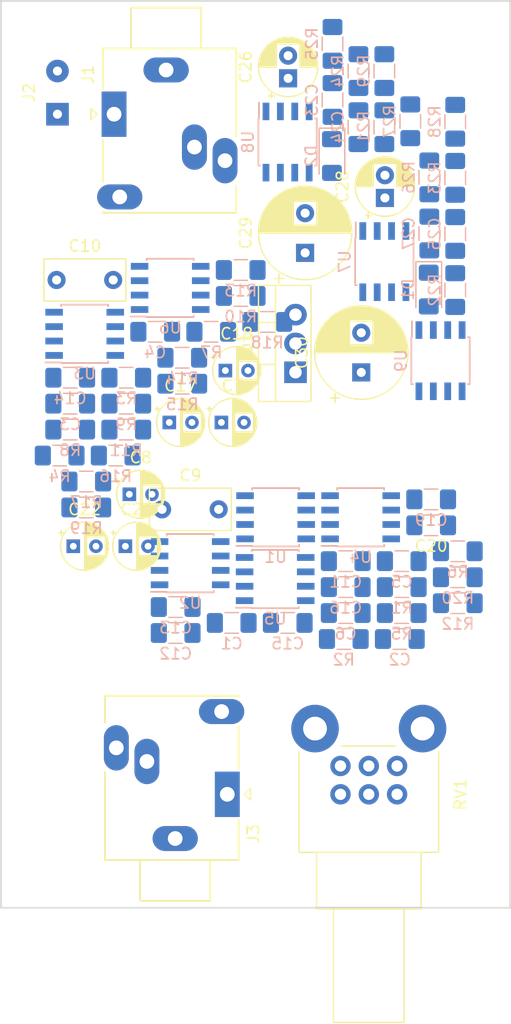
<source format=kicad_pcb>
(kicad_pcb (version 20171130) (host pcbnew 5.0.1-33cea8e~68~ubuntu18.04.1)
  (layers (0 F.Cu signal) (31 B.Cu signal) (34 B.Paste user) (35 F.Paste user) (36 B.SilkS user) (37 F.SilkS user) (38 B.Mask user) (39 F.Mask user) (44 Edge.Cuts user))
  (net 0 "")
  (net 1 "Net-(C1-Pad1)")
  (net 2 GNDA)
  (net 3 "Net-(C10-Pad2)")
  (net 4 VCC)
  (net 5 VEE)
  (net 6 "Net-(C9-Pad1)")
  (net 7 "Net-(C10-Pad1)")
  (net 8 "Net-(C21-Pad2)")
  (net 9 "Net-(C21-Pad1)")
  (net 10 "Net-(C22-Pad1)")
  (net 11 "Net-(C22-Pad2)")
  (net 12 "Net-(C24-Pad1)")
  (net 13 "Net-(C26-Pad1)")
  (net 14 /psupply/ps_pos)
  (net 15 "Net-(R7-Pad1)")
  (net 16 "Net-(R7-Pad2)")
  (net 17 "Net-(R10-Pad2)")
  (net 18 "Net-(R8-Pad2)")
  (net 19 "Net-(R11-Pad2)")
  (net 20 "Net-(R10-Pad1)")
  (net 21 "Net-(R11-Pad1)")
  (net 22 "Net-(R12-Pad1)")
  (net 23 /pamp/output_left)
  (net 24 "Net-(R17-Pad2)")
  (net 25 "Net-(R18-Pad2)")
  (net 26 /pamp/output_right)
  (net 27 "Net-(R19-Pad2)")
  (net 28 "Net-(R20-Pad2)")
  (net 29 "Net-(R22-Pad2)")
  (net 30 "Net-(R24-Pad2)")
  (net 31 "Net-(R25-Pad2)")
  (net 32 "Net-(R26-Pad2)")
  (net 33 "Net-(R27-Pad2)")
  (net 34 "Net-(R28-Pad2)")
  (net 35 "Net-(R29-Pad2)")
  (net 36 "Net-(RV1-Pad3)")
  (net 37 "Net-(RV1-Pad2)")
  (net 38 "Net-(RV1-Pad5)")
  (net 39 "Net-(RV1-Pad4)")
  (module Capacitor_SMD:C_1206_3216Metric_Pad1.42x1.75mm_HandSolder (layer B.Cu) (at 120.390002 124.880002)
    (fp_text reference C1 (at 0 1.82) (layer B.SilkS) (effects (justify mirror)))
    (fp_text value 100p)
    (pad 1 smd roundrect (at -1.4875 0) (size 1.425 1.75) (layers B.Cu B.Paste B.Mask) (roundrect_rratio 0.175439) (net 1 "Net-(C1-Pad1)"))
    (pad 2 smd roundrect (at 1.4875 0) (size 1.425 1.75) (layers B.Cu B.Paste B.Mask) (roundrect_rratio 0.175439) (net 2 GNDA))
  )
  (module Capacitor_SMD:C_1206_3216Metric_Pad1.42x1.75mm_HandSolder (layer B.Cu) (at 135.240002 126.300002)
    (fp_text reference C2 (at 0 1.82) (layer B.SilkS) (effects (justify mirror)))
    (fp_text value 100p)
    (pad 2 smd roundrect (at 1.4875 0) (size 1.425 1.75) (layers B.Cu B.Paste B.Mask) (roundrect_rratio 0.175439) (net 2 GNDA))
    (pad 1 smd roundrect (at -1.4875 0) (size 1.425 1.75) (layers B.Cu B.Paste B.Mask) (roundrect_rratio 0.175439) (net 3 "Net-(C10-Pad2)"))
  )
  (module Capacitor_SMD:C_1206_3216Metric_Pad1.42x1.75mm_HandSolder (layer B.Cu) (at 106.125001 105.535001)
    (fp_text reference C3 (at 0 1.82) (layer B.SilkS) (effects (justify mirror)))
    (fp_text value 100n)
    (pad 1 smd roundrect (at -1.4875 0) (size 1.425 1.75) (layers B.Cu B.Paste B.Mask) (roundrect_rratio 0.175439) (net 4 VCC))
    (pad 2 smd roundrect (at 1.4875 0) (size 1.425 1.75) (layers B.Cu B.Paste B.Mask) (roundrect_rratio 0.175439) (net 2 GNDA))
  )
  (module Capacitor_SMD:C_1206_3216Metric_Pad1.42x1.75mm_HandSolder (layer B.Cu) (at 113.635001 99.195001)
    (fp_text reference C4 (at 0 1.82) (layer B.SilkS) (effects (justify mirror)))
    (fp_text value 100n)
    (pad 1 smd roundrect (at -1.4875 0) (size 1.425 1.75) (layers B.Cu B.Paste B.Mask) (roundrect_rratio 0.175439) (net 2 GNDA))
    (pad 2 smd roundrect (at 1.4875 0) (size 1.425 1.75) (layers B.Cu B.Paste B.Mask) (roundrect_rratio 0.175439) (net 5 VEE))
  )
  (module Capacitor_SMD:C_1206_3216Metric_Pad1.42x1.75mm_HandSolder (layer B.Cu) (at 135.410002 119.430002)
    (fp_text reference C5 (at 0 1.82) (layer B.SilkS) (effects (justify mirror)))
    (fp_text value 100n)
    (pad 1 smd roundrect (at -1.4875 0) (size 1.425 1.75) (layers B.Cu B.Paste B.Mask) (roundrect_rratio 0.175439) (net 4 VCC))
    (pad 2 smd roundrect (at 1.4875 0) (size 1.425 1.75) (layers B.Cu B.Paste B.Mask) (roundrect_rratio 0.175439) (net 2 GNDA))
  )
  (module Capacitor_SMD:C_1206_3216Metric_Pad1.42x1.75mm_HandSolder (layer B.Cu) (at 130.460002 124.010002)
    (fp_text reference C6 (at 0 1.82) (layer B.SilkS) (effects (justify mirror)))
    (fp_text value 100n)
    (pad 2 smd roundrect (at 1.4875 0) (size 1.425 1.75) (layers B.Cu B.Paste B.Mask) (roundrect_rratio 0.175439) (net 5 VEE))
    (pad 1 smd roundrect (at -1.4875 0) (size 1.425 1.75) (layers B.Cu B.Paste B.Mask) (roundrect_rratio 0.175439) (net 2 GNDA))
  )
  (module Capacitor_THT:CP_Radial_D4.0mm_P2.00mm (layer F.Cu) (at 119.479802 107.195001)
    (fp_text reference C7 (at 1 -3.25) (layer F.SilkS))
    (fp_text value 22u)
    (pad 1 thru_hole rect (at 0 0) (size 1.2 1.2) (drill 0.6) (layers *.Cu *.Mask) (net 4 VCC))
    (pad 2 thru_hole circle (at 2 0) (size 1.2 1.2) (drill 0.6) (layers *.Cu *.Mask) (net 2 GNDA))
  )
  (module Capacitor_THT:CP_Radial_D4.0mm_P2.00mm (layer F.Cu) (at 111.349802 113.535001)
    (fp_text reference C8 (at 1 -3.25) (layer F.SilkS))
    (fp_text value 22u)
    (pad 2 thru_hole circle (at 2 0) (size 1.2 1.2) (drill 0.6) (layers *.Cu *.Mask) (net 5 VEE))
    (pad 1 thru_hole rect (at 0 0) (size 1.2 1.2) (drill 0.6) (layers *.Cu *.Mask) (net 2 GNDA))
  )
  (module Capacitor_THT:C_Rect_L7.0mm_W3.5mm_P5.00mm (layer F.Cu) (at 114.240002 114.860002)
    (fp_text reference C9 (at 2.5 -3) (layer F.SilkS))
    (fp_text value 1u)
    (pad 1 thru_hole circle (at 0 0) (size 1.6 1.6) (drill 0.8) (layers *.Cu *.Mask) (net 6 "Net-(C9-Pad1)"))
    (pad 2 thru_hole circle (at 5 0) (size 1.6 1.6) (drill 0.8) (layers *.Cu *.Mask) (net 1 "Net-(C1-Pad1)"))
  )
  (module Capacitor_THT:C_Rect_L7.0mm_W3.5mm_P5.00mm (layer F.Cu) (at 104.925001 94.625001)
    (fp_text reference C10 (at 2.5 -3) (layer F.SilkS))
    (fp_text value 1u)
    (pad 2 thru_hole circle (at 5 0) (size 1.6 1.6) (drill 0.8) (layers *.Cu *.Mask) (net 3 "Net-(C10-Pad2)"))
    (pad 1 thru_hole circle (at 0 0) (size 1.6 1.6) (drill 0.8) (layers *.Cu *.Mask) (net 7 "Net-(C10-Pad1)"))
  )
  (module Capacitor_SMD:C_1206_3216Metric_Pad1.42x1.75mm_HandSolder (layer B.Cu) (at 130.460002 119.430002)
    (fp_text reference C11 (at 0 1.82) (layer B.SilkS) (effects (justify mirror)))
    (fp_text value 100n)
    (pad 2 smd roundrect (at 1.4875 0) (size 1.425 1.75) (layers B.Cu B.Paste B.Mask) (roundrect_rratio 0.175439) (net 2 GNDA))
    (pad 1 smd roundrect (at -1.4875 0) (size 1.425 1.75) (layers B.Cu B.Paste B.Mask) (roundrect_rratio 0.175439) (net 4 VCC))
  )
  (module Capacitor_SMD:C_1206_3216Metric_Pad1.42x1.75mm_HandSolder (layer B.Cu) (at 115.440002 125.770002)
    (fp_text reference C12 (at 0 1.82) (layer B.SilkS) (effects (justify mirror)))
    (fp_text value 100n)
    (pad 2 smd roundrect (at 1.4875 0) (size 1.425 1.75) (layers B.Cu B.Paste B.Mask) (roundrect_rratio 0.175439) (net 5 VEE))
    (pad 1 smd roundrect (at -1.4875 0) (size 1.425 1.75) (layers B.Cu B.Paste B.Mask) (roundrect_rratio 0.175439) (net 2 GNDA))
  )
  (module Capacitor_SMD:C_1206_3216Metric_Pad1.42x1.75mm_HandSolder (layer B.Cu) (at 115.440002 123.480002)
    (fp_text reference C13 (at 0 1.82) (layer B.SilkS) (effects (justify mirror)))
    (fp_text value 100n)
    (pad 1 smd roundrect (at -1.4875 0) (size 1.425 1.75) (layers B.Cu B.Paste B.Mask) (roundrect_rratio 0.175439) (net 4 VCC))
    (pad 2 smd roundrect (at 1.4875 0) (size 1.425 1.75) (layers B.Cu B.Paste B.Mask) (roundrect_rratio 0.175439) (net 2 GNDA))
  )
  (module Capacitor_SMD:C_1206_3216Metric_Pad1.42x1.75mm_HandSolder (layer B.Cu) (at 106.125001 103.245001)
    (fp_text reference C14 (at 0 1.82) (layer B.SilkS) (effects (justify mirror)))
    (fp_text value 100n)
    (pad 2 smd roundrect (at 1.4875 0) (size 1.425 1.75) (layers B.Cu B.Paste B.Mask) (roundrect_rratio 0.175439) (net 5 VEE))
    (pad 1 smd roundrect (at -1.4875 0) (size 1.425 1.75) (layers B.Cu B.Paste B.Mask) (roundrect_rratio 0.175439) (net 2 GNDA))
  )
  (module Capacitor_SMD:C_1206_3216Metric_Pad1.42x1.75mm_HandSolder (layer B.Cu) (at 125.340002 124.880002)
    (fp_text reference C15 (at 0 1.82) (layer B.SilkS) (effects (justify mirror)))
    (fp_text value 100n)
    (pad 1 smd roundrect (at -1.4875 0) (size 1.425 1.75) (layers B.Cu B.Paste B.Mask) (roundrect_rratio 0.175439) (net 4 VCC))
    (pad 2 smd roundrect (at 1.4875 0) (size 1.425 1.75) (layers B.Cu B.Paste B.Mask) (roundrect_rratio 0.175439) (net 2 GNDA))
  )
  (module Capacitor_SMD:C_1206_3216Metric_Pad1.42x1.75mm_HandSolder (layer B.Cu) (at 130.460002 121.720002)
    (fp_text reference C16 (at 0 1.82) (layer B.SilkS) (effects (justify mirror)))
    (fp_text value 100n)
    (pad 2 smd roundrect (at 1.4875 0) (size 1.425 1.75) (layers B.Cu B.Paste B.Mask) (roundrect_rratio 0.175439) (net 5 VEE))
    (pad 1 smd roundrect (at -1.4875 0) (size 1.425 1.75) (layers B.Cu B.Paste B.Mask) (roundrect_rratio 0.175439) (net 2 GNDA))
  )
  (module Capacitor_THT:CP_Radial_D4.0mm_P2.00mm (layer F.Cu) (at 114.879802 107.195001)
    (fp_text reference C17 (at 1 -3.25) (layer F.SilkS))
    (fp_text value 22u)
    (pad 1 thru_hole rect (at 0 0) (size 1.2 1.2) (drill 0.6) (layers *.Cu *.Mask) (net 4 VCC))
    (pad 2 thru_hole circle (at 2 0) (size 1.2 1.2) (drill 0.6) (layers *.Cu *.Mask) (net 2 GNDA))
  )
  (module Capacitor_THT:CP_Radial_D4.0mm_P2.00mm (layer F.Cu) (at 119.829802 102.615001)
    (fp_text reference C18 (at 1 -3.25) (layer F.SilkS))
    (fp_text value 22u)
    (pad 2 thru_hole circle (at 2 0) (size 1.2 1.2) (drill 0.6) (layers *.Cu *.Mask) (net 5 VEE))
    (pad 1 thru_hole rect (at 0 0) (size 1.2 1.2) (drill 0.6) (layers *.Cu *.Mask) (net 2 GNDA))
  )
  (module Capacitor_SMD:C_1206_3216Metric_Pad1.42x1.75mm_HandSolder (layer B.Cu) (at 138.010002 113.980002)
    (fp_text reference C19 (at 0 1.82) (layer B.SilkS) (effects (justify mirror)))
    (fp_text value 100n)
    (pad 1 smd roundrect (at -1.4875 0) (size 1.425 1.75) (layers B.Cu B.Paste B.Mask) (roundrect_rratio 0.175439) (net 4 VCC))
    (pad 2 smd roundrect (at 1.4875 0) (size 1.425 1.75) (layers B.Cu B.Paste B.Mask) (roundrect_rratio 0.175439) (net 2 GNDA))
  )
  (module Capacitor_SMD:C_1206_3216Metric_Pad1.42x1.75mm_HandSolder (layer B.Cu) (at 138.010002 116.270002)
    (fp_text reference C20 (at 0 1.82) (layer F.SilkS))
    (fp_text value 100n)
    (pad 1 smd roundrect (at -1.4875 0) (size 1.425 1.75) (layers B.Cu B.Paste B.Mask) (roundrect_rratio 0.175439) (net 2 GNDA))
    (pad 2 smd roundrect (at 1.4875 0) (size 1.425 1.75) (layers B.Cu B.Paste B.Mask) (roundrect_rratio 0.175439) (net 5 VEE))
  )
  (module Capacitor_THT:CP_Radial_D4.0mm_P2.00mm (layer F.Cu) (at 110.999802 118.115001)
    (fp_text reference C21 (at 1 -3.25) (layer F.SilkS))
    (fp_text value 10u)
    (pad 2 thru_hole circle (at 2 0) (size 1.2 1.2) (drill 0.6) (layers *.Cu *.Mask) (net 8 "Net-(C21-Pad2)"))
    (pad 1 thru_hole rect (at 0 0) (size 1.2 1.2) (drill 0.6) (layers *.Cu *.Mask) (net 9 "Net-(C21-Pad1)"))
  )
  (module Capacitor_THT:CP_Radial_D4.0mm_P2.00mm (layer F.Cu) (at 106.399802 118.115001)
    (fp_text reference C22 (at 1 -3.25) (layer F.SilkS))
    (fp_text value 10u)
    (pad 1 thru_hole rect (at 0 0) (size 1.2 1.2) (drill 0.6) (layers *.Cu *.Mask) (net 10 "Net-(C22-Pad1)"))
    (pad 2 thru_hole circle (at 2 0) (size 1.2 1.2) (drill 0.6) (layers *.Cu *.Mask) (net 11 "Net-(C22-Pad2)"))
  )
  (module Capacitor_SMD:C_1206_3216Metric_Pad1.42x1.75mm_HandSolder (layer B.Cu) (at 129.295001 78.744999 270)
    (fp_text reference C23 (at 0 1.82 270) (layer B.SilkS) (effects (justify mirror)))
    (fp_text value 100n)
    (pad 1 smd roundrect (at -1.4875 0 270) (size 1.425 1.75) (layers B.Cu B.Paste B.Mask) (roundrect_rratio 0.175439) (net 4 VCC))
    (pad 2 smd roundrect (at 1.4875 0 270) (size 1.425 1.75) (layers B.Cu B.Paste B.Mask) (roundrect_rratio 0.175439) (net 5 VEE))
  )
  (module Capacitor_SMD:C_1206_3216Metric_Pad1.42x1.75mm_HandSolder (layer B.Cu) (at 131.585001 81.144999 270)
    (fp_text reference C24 (at 0 1.82 270) (layer B.SilkS) (effects (justify mirror)))
    (fp_text value 100n)
    (pad 2 smd roundrect (at 1.4875 0 270) (size 1.425 1.75) (layers B.Cu B.Paste B.Mask) (roundrect_rratio 0.175439) (net 5 VEE))
    (pad 1 smd roundrect (at -1.4875 0 270) (size 1.425 1.75) (layers B.Cu B.Paste B.Mask) (roundrect_rratio 0.175439) (net 12 "Net-(C24-Pad1)"))
  )
  (module Capacitor_SMD:C_1206_3216Metric_Pad1.42x1.75mm_HandSolder (layer B.Cu) (at 140.135001 90.564999 270)
    (fp_text reference C25 (at 0 1.82 270) (layer B.SilkS) (effects (justify mirror)))
    (fp_text value 100n)
    (pad 2 smd roundrect (at 1.4875 0 270) (size 1.425 1.75) (layers B.Cu B.Paste B.Mask) (roundrect_rratio 0.175439) (net 5 VEE))
    (pad 1 smd roundrect (at -1.4875 0 270) (size 1.425 1.75) (layers B.Cu B.Paste B.Mask) (roundrect_rratio 0.175439) (net 4 VCC))
  )
  (module Capacitor_THT:CP_Radial_D5.0mm_P2.00mm (layer F.Cu) (at 125.375001 76.835224 90)
    (fp_text reference C26 (at 1 -3.75 90) (layer F.SilkS))
    (fp_text value 47u)
    (pad 2 thru_hole circle (at 2 0 90) (size 1.6 1.6) (drill 0.8) (layers *.Cu *.Mask) (net 5 VEE))
    (pad 1 thru_hole rect (at 0 0 90) (size 1.6 1.6) (drill 0.8) (layers *.Cu *.Mask) (net 13 "Net-(C26-Pad1)"))
  )
  (module Capacitor_SMD:C_1206_3216Metric_Pad1.42x1.75mm_HandSolder (layer B.Cu) (at 137.845001 90.524999 270)
    (fp_text reference C27 (at 0 1.82 270) (layer B.SilkS) (effects (justify mirror)))
    (fp_text value 100n)
    (pad 2 smd roundrect (at 1.4875 0 270) (size 1.425 1.75) (layers B.Cu B.Paste B.Mask) (roundrect_rratio 0.175439) (net 5 VEE))
    (pad 1 smd roundrect (at -1.4875 0 270) (size 1.425 1.75) (layers B.Cu B.Paste B.Mask) (roundrect_rratio 0.175439) (net 4 VCC))
  )
  (module Capacitor_THT:CP_Radial_D5.0mm_P2.00mm (layer F.Cu) (at 133.925001 87.385224 90)
    (fp_text reference C28 (at 1 -3.75 90) (layer F.SilkS))
    (fp_text value 47u)
    (pad 1 thru_hole rect (at 0 0 90) (size 1.6 1.6) (drill 0.8) (layers *.Cu *.Mask) (net 4 VCC))
    (pad 2 thru_hole circle (at 2 0 90) (size 1.6 1.6) (drill 0.8) (layers *.Cu *.Mask) (net 5 VEE))
  )
  (module Capacitor_THT:CP_Radial_D8.0mm_P3.50mm (layer F.Cu) (at 126.875001 92.230301 90)
    (fp_text reference C29 (at 1.75 -5.25 90) (layer F.SilkS))
    (fp_text value 1m)
    (pad 1 thru_hole rect (at 0 0 90) (size 1.6 1.6) (drill 0.8) (layers *.Cu *.Mask) (net 4 VCC))
    (pad 2 thru_hole circle (at 3.5 0 90) (size 1.6 1.6) (drill 0.8) (layers *.Cu *.Mask) (net 2 GNDA))
  )
  (module Capacitor_THT:CP_Radial_D8.0mm_P3.50mm (layer F.Cu) (at 131.835001 102.780301 90)
    (fp_text reference C30 (at 1.75 -5.25 90) (layer F.SilkS))
    (fp_text value 1m)
    (pad 2 thru_hole circle (at 3.5 0 90) (size 1.6 1.6) (drill 0.8) (layers *.Cu *.Mask) (net 5 VEE))
    (pad 1 thru_hole rect (at 0 0 90) (size 1.6 1.6) (drill 0.8) (layers *.Cu *.Mask) (net 2 GNDA))
  )
  (module Diode_SMD:D_1206_3216Metric_Pad1.42x1.75mm_HandSolder (layer B.Cu) (at 137.795001 95.469999 270)
    (fp_text reference D1 (at 0 1.82 270) (layer B.SilkS) (effects (justify mirror)))
    (fp_text value 1N4007)
    (pad 2 smd roundrect (at 1.4875 0 270) (size 1.425 1.75) (layers B.Cu B.Paste B.Mask) (roundrect_rratio 0.175439) (net 14 /psupply/ps_pos))
    (pad 1 smd roundrect (at -1.4875 0 270) (size 1.425 1.75) (layers B.Cu B.Paste B.Mask) (roundrect_rratio 0.175439) (net 12 "Net-(C24-Pad1)"))
  )
  (module Diode_SMD:D_1206_3216Metric_Pad1.42x1.75mm_HandSolder (layer B.Cu) (at 129.245001 83.689999 270)
    (fp_text reference D2 (at 0 1.82 270) (layer B.SilkS) (effects (justify mirror)))
    (fp_text value BZX85C22)
    (pad 1 smd roundrect (at -1.4875 0 270) (size 1.425 1.75) (layers B.Cu B.Paste B.Mask) (roundrect_rratio 0.175439) (net 13 "Net-(C26-Pad1)"))
    (pad 2 smd roundrect (at 1.4875 0 270) (size 1.425 1.75) (layers B.Cu B.Paste B.Mask) (roundrect_rratio 0.175439) (net 5 VEE))
  )
  (module Connector_Wire:SolderWirePad_1x02_P3.81mm_Drill0.8mm (layer F.Cu) (at 105 80 90)
    (fp_text reference J2 (at 1.905 -2.5 90) (layer F.SilkS))
    (fp_text value Jack-DC)
    (pad 1 thru_hole rect (at 0 0 90) (size 1.99898 1.99898) (drill 0.8001) (layers *.Cu *.Mask) (net 5 VEE))
    (pad 2 thru_hole circle (at 3.81 0 90) (size 1.99898 1.99898) (drill 0.8001) (layers *.Cu *.Mask) (net 14 /psupply/ps_pos))
  )
  (module Package_TO_SOT_THT:TO-220-3_Vertical (layer F.Cu) (at 126.025001 102.764999 90)
    (fp_text reference Q1 (at 2.54 -4.27 90) (layer F.SilkS))
    (fp_text value BDX53)
    (pad 1 thru_hole rect (at 0 0 90) (size 1.905 2) (drill 1.1) (layers *.Cu *.Mask) (net 13 "Net-(C26-Pad1)"))
    (pad 2 thru_hole oval (at 2.54 0 90) (size 1.905 2) (drill 1.1) (layers *.Cu *.Mask) (net 12 "Net-(C24-Pad1)"))
    (pad 3 thru_hole oval (at 5.08 0 90) (size 1.905 2) (drill 1.1) (layers *.Cu *.Mask) (net 4 VCC))
  )
  (module Resistor_SMD:R_1206_3216Metric_Pad1.42x1.75mm_HandSolder (layer B.Cu) (at 135.410002 121.720002)
    (fp_text reference R1 (at 0 1.82) (layer B.SilkS) (effects (justify mirror)))
    (fp_text value 100)
    (pad 1 smd roundrect (at -1.4875 0) (size 1.425 1.75) (layers B.Cu B.Paste B.Mask) (roundrect_rratio 0.175439) (net 1 "Net-(C1-Pad1)"))
    (pad 2 smd roundrect (at 1.4875 0) (size 1.425 1.75) (layers B.Cu B.Paste B.Mask) (roundrect_rratio 0.175439))
  )
  (module Resistor_SMD:R_1206_3216Metric_Pad1.42x1.75mm_HandSolder (layer B.Cu) (at 130.290002 126.300002)
    (fp_text reference R2 (at 0 1.82) (layer B.SilkS) (effects (justify mirror)))
    (fp_text value 100)
    (pad 2 smd roundrect (at 1.4875 0) (size 1.425 1.75) (layers B.Cu B.Paste B.Mask) (roundrect_rratio 0.175439))
    (pad 1 smd roundrect (at -1.4875 0) (size 1.425 1.75) (layers B.Cu B.Paste B.Mask) (roundrect_rratio 0.175439) (net 3 "Net-(C10-Pad2)"))
  )
  (module Resistor_SMD:R_1206_3216Metric_Pad1.42x1.75mm_HandSolder (layer B.Cu) (at 111.075001 103.245001)
    (fp_text reference R3 (at 0 1.82) (layer B.SilkS) (effects (justify mirror)))
    (fp_text value 20k)
    (pad 2 smd roundrect (at 1.4875 0) (size 1.425 1.75) (layers B.Cu B.Paste B.Mask) (roundrect_rratio 0.175439) (net 2 GNDA))
    (pad 1 smd roundrect (at -1.4875 0) (size 1.425 1.75) (layers B.Cu B.Paste B.Mask) (roundrect_rratio 0.175439) (net 1 "Net-(C1-Pad1)"))
  )
  (module Resistor_SMD:R_1206_3216Metric_Pad1.42x1.75mm_HandSolder (layer B.Cu) (at 105.195001 110.115001)
    (fp_text reference R4 (at 0 1.82) (layer B.SilkS) (effects (justify mirror)))
    (fp_text value 20k)
    (pad 1 smd roundrect (at -1.4875 0) (size 1.425 1.75) (layers B.Cu B.Paste B.Mask) (roundrect_rratio 0.175439) (net 3 "Net-(C10-Pad2)"))
    (pad 2 smd roundrect (at 1.4875 0) (size 1.425 1.75) (layers B.Cu B.Paste B.Mask) (roundrect_rratio 0.175439) (net 2 GNDA))
  )
  (module Resistor_SMD:R_1206_3216Metric_Pad1.42x1.75mm_HandSolder (layer B.Cu) (at 135.410002 124.010002)
    (fp_text reference R5 (at 0 1.82) (layer B.SilkS) (effects (justify mirror)))
    (fp_text value 100k)
    (pad 2 smd roundrect (at 1.4875 0) (size 1.425 1.75) (layers B.Cu B.Paste B.Mask) (roundrect_rratio 0.175439) (net 2 GNDA))
    (pad 1 smd roundrect (at -1.4875 0) (size 1.425 1.75) (layers B.Cu B.Paste B.Mask) (roundrect_rratio 0.175439) (net 6 "Net-(C9-Pad1)"))
  )
  (module Resistor_SMD:R_1206_3216Metric_Pad1.42x1.75mm_HandSolder (layer B.Cu) (at 140.360002 118.560002)
    (fp_text reference R6 (at 0 1.82) (layer B.SilkS) (effects (justify mirror)))
    (fp_text value 100k)
    (pad 1 smd roundrect (at -1.4875 0) (size 1.425 1.75) (layers B.Cu B.Paste B.Mask) (roundrect_rratio 0.175439) (net 7 "Net-(C10-Pad1)"))
    (pad 2 smd roundrect (at 1.4875 0) (size 1.425 1.75) (layers B.Cu B.Paste B.Mask) (roundrect_rratio 0.175439) (net 2 GNDA))
  )
  (module Resistor_SMD:R_1206_3216Metric_Pad1.42x1.75mm_HandSolder (layer B.Cu) (at 118.585001 99.195001)
    (fp_text reference R7 (at 0 1.82) (layer B.SilkS) (effects (justify mirror)))
    (fp_text value 1k)
    (pad 1 smd roundrect (at -1.4875 0) (size 1.425 1.75) (layers B.Cu B.Paste B.Mask) (roundrect_rratio 0.175439) (net 15 "Net-(R7-Pad1)"))
    (pad 2 smd roundrect (at 1.4875 0) (size 1.425 1.75) (layers B.Cu B.Paste B.Mask) (roundrect_rratio 0.175439) (net 16 "Net-(R7-Pad2)"))
  )
  (module Resistor_SMD:R_1206_3216Metric_Pad1.42x1.75mm_HandSolder (layer B.Cu) (at 106.125001 107.825001)
    (fp_text reference R8 (at 0 1.82) (layer B.SilkS) (effects (justify mirror)))
    (fp_text value 1k)
    (pad 1 smd roundrect (at -1.4875 0) (size 1.425 1.75) (layers B.Cu B.Paste B.Mask) (roundrect_rratio 0.175439) (net 17 "Net-(R10-Pad2)"))
    (pad 2 smd roundrect (at 1.4875 0) (size 1.425 1.75) (layers B.Cu B.Paste B.Mask) (roundrect_rratio 0.175439) (net 18 "Net-(R8-Pad2)"))
  )
  (module Resistor_SMD:R_1206_3216Metric_Pad1.42x1.75mm_HandSolder (layer B.Cu) (at 111.075001 105.535001)
    (fp_text reference R9 (at 0 1.82) (layer B.SilkS) (effects (justify mirror)))
    (fp_text value 3k)
    (pad 2 smd roundrect (at 1.4875 0) (size 1.425 1.75) (layers B.Cu B.Paste B.Mask) (roundrect_rratio 0.175439) (net 15 "Net-(R7-Pad1)"))
    (pad 1 smd roundrect (at -1.4875 0) (size 1.425 1.75) (layers B.Cu B.Paste B.Mask) (roundrect_rratio 0.175439) (net 19 "Net-(R11-Pad2)"))
  )
  (module Resistor_SMD:R_1206_3216Metric_Pad1.42x1.75mm_HandSolder (layer B.Cu) (at 121.185001 96.035001)
    (fp_text reference R10 (at 0 1.82) (layer B.SilkS) (effects (justify mirror)))
    (fp_text value 3k)
    (pad 2 smd roundrect (at 1.4875 0) (size 1.425 1.75) (layers B.Cu B.Paste B.Mask) (roundrect_rratio 0.175439) (net 17 "Net-(R10-Pad2)"))
    (pad 1 smd roundrect (at -1.4875 0) (size 1.425 1.75) (layers B.Cu B.Paste B.Mask) (roundrect_rratio 0.175439) (net 20 "Net-(R10-Pad1)"))
  )
  (module Resistor_SMD:R_1206_3216Metric_Pad1.42x1.75mm_HandSolder (layer B.Cu) (at 111.075001 107.825001)
    (fp_text reference R11 (at 0 1.82) (layer B.SilkS) (effects (justify mirror)))
    (fp_text value 1k)
    (pad 1 smd roundrect (at -1.4875 0) (size 1.425 1.75) (layers B.Cu B.Paste B.Mask) (roundrect_rratio 0.175439) (net 21 "Net-(R11-Pad1)"))
    (pad 2 smd roundrect (at 1.4875 0) (size 1.425 1.75) (layers B.Cu B.Paste B.Mask) (roundrect_rratio 0.175439) (net 19 "Net-(R11-Pad2)"))
  )
  (module Resistor_SMD:R_1206_3216Metric_Pad1.42x1.75mm_HandSolder (layer B.Cu) (at 140.360002 123.140002)
    (fp_text reference R12 (at 0 1.82) (layer B.SilkS) (effects (justify mirror)))
    (fp_text value 1k)
    (pad 1 smd roundrect (at -1.4875 0) (size 1.425 1.75) (layers B.Cu B.Paste B.Mask) (roundrect_rratio 0.175439) (net 22 "Net-(R12-Pad1)"))
    (pad 2 smd roundrect (at 1.4875 0) (size 1.425 1.75) (layers B.Cu B.Paste B.Mask) (roundrect_rratio 0.175439) (net 20 "Net-(R10-Pad1)"))
  )
  (module Resistor_SMD:R_1206_3216Metric_Pad1.42x1.75mm_HandSolder (layer B.Cu) (at 121.185001 93.745001)
    (fp_text reference R13 (at 0 1.82) (layer B.SilkS) (effects (justify mirror)))
    (fp_text value 1k)
    (pad 2 smd roundrect (at 1.4875 0) (size 1.425 1.75) (layers B.Cu B.Paste B.Mask) (roundrect_rratio 0.175439) (net 21 "Net-(R11-Pad1)"))
    (pad 1 smd roundrect (at -1.4875 0) (size 1.425 1.75) (layers B.Cu B.Paste B.Mask) (roundrect_rratio 0.175439) (net 8 "Net-(C21-Pad2)"))
  )
  (module Resistor_SMD:R_1206_3216Metric_Pad1.42x1.75mm_HandSolder (layer B.Cu) (at 116.025001 101.485001)
    (fp_text reference R14 (at 0 1.82) (layer B.SilkS) (effects (justify mirror)))
    (fp_text value 1k)
    (pad 2 smd roundrect (at 1.4875 0) (size 1.425 1.75) (layers B.Cu B.Paste B.Mask) (roundrect_rratio 0.175439) (net 22 "Net-(R12-Pad1)"))
    (pad 1 smd roundrect (at -1.4875 0) (size 1.425 1.75) (layers B.Cu B.Paste B.Mask) (roundrect_rratio 0.175439) (net 11 "Net-(C22-Pad2)"))
  )
  (module Resistor_SMD:R_1206_3216Metric_Pad1.42x1.75mm_HandSolder (layer B.Cu) (at 116.025001 103.775001)
    (fp_text reference R15 (at 0 1.82) (layer B.SilkS) (effects (justify mirror)))
    (fp_text value 20k)
    (pad 1 smd roundrect (at -1.4875 0) (size 1.425 1.75) (layers B.Cu B.Paste B.Mask) (roundrect_rratio 0.175439) (net 9 "Net-(C21-Pad1)"))
    (pad 2 smd roundrect (at 1.4875 0) (size 1.425 1.75) (layers B.Cu B.Paste B.Mask) (roundrect_rratio 0.175439) (net 2 GNDA))
  )
  (module Resistor_SMD:R_1206_3216Metric_Pad1.42x1.75mm_HandSolder (layer B.Cu) (at 110.145001 110.115001)
    (fp_text reference R16 (at 0 1.82) (layer B.SilkS) (effects (justify mirror)))
    (fp_text value 20k)
    (pad 2 smd roundrect (at 1.4875 0) (size 1.425 1.75) (layers B.Cu B.Paste B.Mask) (roundrect_rratio 0.175439) (net 2 GNDA))
    (pad 1 smd roundrect (at -1.4875 0) (size 1.425 1.75) (layers B.Cu B.Paste B.Mask) (roundrect_rratio 0.175439) (net 10 "Net-(C22-Pad1)"))
  )
  (module Resistor_SMD:R_1206_3216Metric_Pad1.42x1.75mm_HandSolder (layer B.Cu) (at 107.545001 112.405001)
    (fp_text reference R17 (at 0 1.82) (layer B.SilkS) (effects (justify mirror)))
    (fp_text value 10)
    (pad 1 smd roundrect (at -1.4875 0) (size 1.425 1.75) (layers B.Cu B.Paste B.Mask) (roundrect_rratio 0.175439) (net 23 /pamp/output_left))
    (pad 2 smd roundrect (at 1.4875 0) (size 1.425 1.75) (layers B.Cu B.Paste B.Mask) (roundrect_rratio 0.175439) (net 24 "Net-(R17-Pad2)"))
  )
  (module Resistor_SMD:R_1206_3216Metric_Pad1.42x1.75mm_HandSolder (layer B.Cu) (at 123.535001 98.325001)
    (fp_text reference R18 (at 0 1.82) (layer B.SilkS) (effects (justify mirror)))
    (fp_text value 10)
    (pad 2 smd roundrect (at 1.4875 0) (size 1.425 1.75) (layers B.Cu B.Paste B.Mask) (roundrect_rratio 0.175439) (net 25 "Net-(R18-Pad2)"))
    (pad 1 smd roundrect (at -1.4875 0) (size 1.425 1.75) (layers B.Cu B.Paste B.Mask) (roundrect_rratio 0.175439) (net 23 /pamp/output_left))
  )
  (module Resistor_SMD:R_1206_3216Metric_Pad1.42x1.75mm_HandSolder (layer B.Cu) (at 107.545001 114.695001)
    (fp_text reference R19 (at 0 1.82) (layer B.SilkS) (effects (justify mirror)))
    (fp_text value 10)
    (pad 1 smd roundrect (at -1.4875 0) (size 1.425 1.75) (layers B.Cu B.Paste B.Mask) (roundrect_rratio 0.175439) (net 26 /pamp/output_right))
    (pad 2 smd roundrect (at 1.4875 0) (size 1.425 1.75) (layers B.Cu B.Paste B.Mask) (roundrect_rratio 0.175439) (net 27 "Net-(R19-Pad2)"))
  )
  (module Resistor_SMD:R_1206_3216Metric_Pad1.42x1.75mm_HandSolder (layer B.Cu) (at 140.360002 120.850002)
    (fp_text reference R20 (at 0 1.82) (layer B.SilkS) (effects (justify mirror)))
    (fp_text value 10)
    (pad 2 smd roundrect (at 1.4875 0) (size 1.425 1.75) (layers B.Cu B.Paste B.Mask) (roundrect_rratio 0.175439) (net 28 "Net-(R20-Pad2)"))
    (pad 1 smd roundrect (at -1.4875 0) (size 1.425 1.75) (layers B.Cu B.Paste B.Mask) (roundrect_rratio 0.175439) (net 26 /pamp/output_right))
  )
  (module Resistor_SMD:R_1206_3216Metric_Pad1.42x1.75mm_HandSolder (layer B.Cu) (at 133.875001 81.144999 270)
    (fp_text reference R21 (at 0 1.82 270) (layer B.SilkS) (effects (justify mirror)))
    (fp_text value 1k)
    (pad 1 smd roundrect (at -1.4875 0 270) (size 1.425 1.75) (layers B.Cu B.Paste B.Mask) (roundrect_rratio 0.175439) (net 12 "Net-(C24-Pad1)"))
    (pad 2 smd roundrect (at 1.4875 0 270) (size 1.425 1.75) (layers B.Cu B.Paste B.Mask) (roundrect_rratio 0.175439) (net 13 "Net-(C26-Pad1)"))
  )
  (module Resistor_SMD:R_1206_3216Metric_Pad1.42x1.75mm_HandSolder (layer B.Cu) (at 140.135001 95.514999 270)
    (fp_text reference R22 (at 0 1.82 270) (layer B.SilkS) (effects (justify mirror)))
    (fp_text value 10k)
    (pad 1 smd roundrect (at -1.4875 0 270) (size 1.425 1.75) (layers B.Cu B.Paste B.Mask) (roundrect_rratio 0.175439) (net 4 VCC))
    (pad 2 smd roundrect (at 1.4875 0 270) (size 1.425 1.75) (layers B.Cu B.Paste B.Mask) (roundrect_rratio 0.175439) (net 29 "Net-(R22-Pad2)"))
  )
  (module Resistor_SMD:R_1206_3216Metric_Pad1.42x1.75mm_HandSolder (layer B.Cu) (at 140.135001 85.614999 270)
    (fp_text reference R23 (at 0 1.82 270) (layer B.SilkS) (effects (justify mirror)))
    (fp_text value 10k)
    (pad 2 smd roundrect (at 1.4875 0 270) (size 1.425 1.75) (layers B.Cu B.Paste B.Mask) (roundrect_rratio 0.175439) (net 5 VEE))
    (pad 1 smd roundrect (at -1.4875 0 270) (size 1.425 1.75) (layers B.Cu B.Paste B.Mask) (roundrect_rratio 0.175439) (net 29 "Net-(R22-Pad2)"))
  )
  (module Resistor_SMD:R_1206_3216Metric_Pad1.42x1.75mm_HandSolder (layer B.Cu) (at 131.585001 76.194999 270)
    (fp_text reference R24 (at 0 1.82 270) (layer B.SilkS) (effects (justify mirror)))
    (fp_text value 10)
    (pad 2 smd roundrect (at 1.4875 0 270) (size 1.425 1.75) (layers B.Cu B.Paste B.Mask) (roundrect_rratio 0.175439) (net 30 "Net-(R24-Pad2)"))
    (pad 1 smd roundrect (at -1.4875 0 270) (size 1.425 1.75) (layers B.Cu B.Paste B.Mask) (roundrect_rratio 0.175439) (net 2 GNDA))
  )
  (module Resistor_SMD:R_1206_3216Metric_Pad1.42x1.75mm_HandSolder (layer B.Cu) (at 129.295001 73.794999 270)
    (fp_text reference R25 (at 0 1.82 270) (layer B.SilkS) (effects (justify mirror)))
    (fp_text value 10)
    (pad 1 smd roundrect (at -1.4875 0 270) (size 1.425 1.75) (layers B.Cu B.Paste B.Mask) (roundrect_rratio 0.175439) (net 2 GNDA))
    (pad 2 smd roundrect (at 1.4875 0 270) (size 1.425 1.75) (layers B.Cu B.Paste B.Mask) (roundrect_rratio 0.175439) (net 31 "Net-(R25-Pad2)"))
  )
  (module Resistor_SMD:R_1206_3216Metric_Pad1.42x1.75mm_HandSolder (layer B.Cu) (at 137.845001 85.574999 270)
    (fp_text reference R26 (at 0 1.82 270) (layer B.SilkS) (effects (justify mirror)))
    (fp_text value 10)
    (pad 2 smd roundrect (at 1.4875 0 270) (size 1.425 1.75) (layers B.Cu B.Paste B.Mask) (roundrect_rratio 0.175439) (net 32 "Net-(R26-Pad2)"))
    (pad 1 smd roundrect (at -1.4875 0 270) (size 1.425 1.75) (layers B.Cu B.Paste B.Mask) (roundrect_rratio 0.175439) (net 2 GNDA))
  )
  (module Resistor_SMD:R_1206_3216Metric_Pad1.42x1.75mm_HandSolder (layer B.Cu) (at 136.165001 80.624999 270)
    (fp_text reference R27 (at 0 1.82 270) (layer B.SilkS) (effects (justify mirror)))
    (fp_text value 10)
    (pad 1 smd roundrect (at -1.4875 0 270) (size 1.425 1.75) (layers B.Cu B.Paste B.Mask) (roundrect_rratio 0.175439) (net 2 GNDA))
    (pad 2 smd roundrect (at 1.4875 0 270) (size 1.425 1.75) (layers B.Cu B.Paste B.Mask) (roundrect_rratio 0.175439) (net 33 "Net-(R27-Pad2)"))
  )
  (module Resistor_SMD:R_1206_3216Metric_Pad1.42x1.75mm_HandSolder (layer B.Cu) (at 140.135001 80.664999 270)
    (fp_text reference R28 (at 0 1.82 270) (layer B.SilkS) (effects (justify mirror)))
    (fp_text value 10)
    (pad 1 smd roundrect (at -1.4875 0 270) (size 1.425 1.75) (layers B.Cu B.Paste B.Mask) (roundrect_rratio 0.175439) (net 2 GNDA))
    (pad 2 smd roundrect (at 1.4875 0 270) (size 1.425 1.75) (layers B.Cu B.Paste B.Mask) (roundrect_rratio 0.175439) (net 34 "Net-(R28-Pad2)"))
  )
  (module Resistor_SMD:R_1206_3216Metric_Pad1.42x1.75mm_HandSolder (layer B.Cu) (at 133.875001 76.194999 270)
    (fp_text reference R29 (at 0 1.82 270) (layer B.SilkS) (effects (justify mirror)))
    (fp_text value 10)
    (pad 2 smd roundrect (at 1.4875 0 270) (size 1.425 1.75) (layers B.Cu B.Paste B.Mask) (roundrect_rratio 0.175439) (net 35 "Net-(R29-Pad2)"))
    (pad 1 smd roundrect (at -1.4875 0 270) (size 1.425 1.75) (layers B.Cu B.Paste B.Mask) (roundrect_rratio 0.175439) (net 2 GNDA))
  )
  (module Potentiometer_THT:Potentiometer_Alps_RK09L_Double_Horizontal (layer F.Cu) (at 130 140 270)
    (fp_text reference RV1 (at 0 -10.6 270) (layer F.SilkS))
    (fp_text value 10k)
    (pad 3 thru_hole circle (at 0 -5 270) (size 1.8 1.8) (drill 1) (layers *.Cu *.Mask) (net 36 "Net-(RV1-Pad3)"))
    (pad 2 thru_hole circle (at 0 -2.5 270) (size 1.8 1.8) (drill 1) (layers *.Cu *.Mask) (net 37 "Net-(RV1-Pad2)"))
    (pad 1 thru_hole circle (at 0 0 270) (size 1.8 1.8) (drill 1) (layers *.Cu *.Mask) (net 19 "Net-(R11-Pad2)"))
    (pad 6 thru_hole circle (at -2.5 -5 270) (size 1.8 1.8) (drill 1) (layers *.Cu *.Mask) (net 20 "Net-(R10-Pad1)"))
    (pad 5 thru_hole circle (at -2.5 -2.5 270) (size 1.8 1.8) (drill 1) (layers *.Cu *.Mask) (net 38 "Net-(RV1-Pad5)"))
    (pad 4 thru_hole circle (at -2.5 0 270) (size 1.8 1.8) (drill 1) (layers *.Cu *.Mask) (net 39 "Net-(RV1-Pad4)"))
    (pad "" thru_hole circle (at -5.8 -7.25 270) (size 4.2 4.2) (drill 2.1) (layers *.Cu *.Mask))
    (pad "" thru_hole circle (at -5.8 2.25 270) (size 4.2 4.2) (drill 2.1) (layers *.Cu *.Mask))
  )
  (module Connector_Audio:StereoJack_3.5mm_Switch_Ledino_KB3SPRS_Horizontal (layer F.Cu) (at 110 80 270)
    (fp_text reference J1 (at -3.5 2.3 270) (layer F.SilkS))
    (fp_text value AudioJack3_Ground)
    (pad 1 thru_hole rect (at 0 0 270) (size 4 2.2) (drill 1.3) (layers *.Cu *.Mask))
    (pad 4 thru_hole oval (at 7.3 -0.5) (size 4 2.2) (drill 1.3) (layers *.Cu *.Mask))
    (pad 5 thru_hole oval (at 2.9 -7.1 270) (size 4 2.2) (drill 1.3) (layers *.Cu *.Mask))
    (pad 2 thru_hole oval (at 4.1 -9.8 270) (size 4 2.2) (drill 1.3) (layers *.Cu *.Mask))
    (pad 3 thru_hole oval (at -3.9 -4.6 270) (size 2.2 4) (drill 1.3) (layers *.Cu *.Mask))
  )
  (module Connector_Audio:StereoJack_3.5mm_Switch_Ledino_KB3SPRS_Horizontal (layer F.Cu) (at 120 140 90)
    (fp_text reference J3 (at -3.5 2.3 90) (layer F.SilkS))
    (fp_text value AudioJack3_Ground)
    (pad 3 thru_hole oval (at -3.9 -4.6 90) (size 2.2 4) (drill 1.3) (layers *.Cu *.Mask))
    (pad 2 thru_hole oval (at 4.1 -9.8 90) (size 4 2.2) (drill 1.3) (layers *.Cu *.Mask))
    (pad 5 thru_hole oval (at 2.9 -7.1 90) (size 4 2.2) (drill 1.3) (layers *.Cu *.Mask))
    (pad 4 thru_hole oval (at 7.3 -0.5 180) (size 4 2.2) (drill 1.3) (layers *.Cu *.Mask))
    (pad 1 thru_hole rect (at 0 0 90) (size 4 2.2) (drill 1.3) (layers *.Cu *.Mask))
  )
  (module Package_SO:SOIC-8_3.9x4.9mm_P1.27mm (layer B.Cu) (at 124.270002 115.560002)
    (fp_text reference U1 (at 0 3.5) (layer B.SilkS) (effects (justify mirror)))
    (fp_text value NE5532)
    (pad 1 smd rect (at -2.7 1.905) (size 1.55 0.6) (layers B.Cu B.Paste B.Mask) (net 36 "Net-(RV1-Pad3)"))
    (pad 2 smd rect (at -2.7 0.635) (size 1.55 0.6) (layers B.Cu B.Paste B.Mask) (net 36 "Net-(RV1-Pad3)"))
    (pad 3 smd rect (at -2.7 -0.635) (size 1.55 0.6) (layers B.Cu B.Paste B.Mask) (net 6 "Net-(C9-Pad1)"))
    (pad 4 smd rect (at -2.7 -1.905) (size 1.55 0.6) (layers B.Cu B.Paste B.Mask) (net 5 VEE))
    (pad 5 smd rect (at 2.7 -1.905) (size 1.55 0.6) (layers B.Cu B.Paste B.Mask) (net 2 GNDA))
    (pad 6 smd rect (at 2.7 -0.635) (size 1.55 0.6) (layers B.Cu B.Paste B.Mask) (net 15 "Net-(R7-Pad1)"))
    (pad 7 smd rect (at 2.7 0.635) (size 1.55 0.6) (layers B.Cu B.Paste B.Mask) (net 19 "Net-(R11-Pad2)"))
    (pad 8 smd rect (at 2.7 1.905) (size 1.55 0.6) (layers B.Cu B.Paste B.Mask) (net 4 VCC))
  )
  (module Package_SO:SOIC-8_3.9x4.9mm_P1.27mm (layer B.Cu) (at 116.720002 119.610002)
    (fp_text reference U2 (at 0 3.5) (layer B.SilkS) (effects (justify mirror)))
    (fp_text value OPA1612AxD)
    (pad 8 smd rect (at 2.7 1.905) (size 1.55 0.6) (layers B.Cu B.Paste B.Mask) (net 4 VCC))
    (pad 7 smd rect (at 2.7 0.635) (size 1.55 0.6) (layers B.Cu B.Paste B.Mask) (net 25 "Net-(R18-Pad2)"))
    (pad 6 smd rect (at 2.7 -0.635) (size 1.55 0.6) (layers B.Cu B.Paste B.Mask) (net 25 "Net-(R18-Pad2)"))
    (pad 5 smd rect (at 2.7 -1.905) (size 1.55 0.6) (layers B.Cu B.Paste B.Mask) (net 9 "Net-(C21-Pad1)"))
    (pad 4 smd rect (at -2.7 -1.905) (size 1.55 0.6) (layers B.Cu B.Paste B.Mask) (net 5 VEE))
    (pad 3 smd rect (at -2.7 -0.635) (size 1.55 0.6) (layers B.Cu B.Paste B.Mask) (net 9 "Net-(C21-Pad1)"))
    (pad 2 smd rect (at -2.7 0.635) (size 1.55 0.6) (layers B.Cu B.Paste B.Mask) (net 24 "Net-(R17-Pad2)"))
    (pad 1 smd rect (at -2.7 1.905) (size 1.55 0.6) (layers B.Cu B.Paste B.Mask) (net 24 "Net-(R17-Pad2)"))
  )
  (module Package_SO:SOIC-8_3.9x4.9mm_P1.27mm (layer B.Cu) (at 107.405001 99.375001)
    (fp_text reference U3 (at 0 3.5) (layer B.SilkS) (effects (justify mirror)))
    (fp_text value NE5532)
    (pad 8 smd rect (at 2.7 1.905) (size 1.55 0.6) (layers B.Cu B.Paste B.Mask) (net 4 VCC))
    (pad 7 smd rect (at 2.7 0.635) (size 1.55 0.6) (layers B.Cu B.Paste B.Mask) (net 20 "Net-(R10-Pad1)"))
    (pad 6 smd rect (at 2.7 -0.635) (size 1.55 0.6) (layers B.Cu B.Paste B.Mask) (net 17 "Net-(R10-Pad2)"))
    (pad 5 smd rect (at 2.7 -1.905) (size 1.55 0.6) (layers B.Cu B.Paste B.Mask) (net 2 GNDA))
    (pad 4 smd rect (at -2.7 -1.905) (size 1.55 0.6) (layers B.Cu B.Paste B.Mask) (net 5 VEE))
    (pad 3 smd rect (at -2.7 -0.635) (size 1.55 0.6) (layers B.Cu B.Paste B.Mask) (net 7 "Net-(C10-Pad1)"))
    (pad 2 smd rect (at -2.7 0.635) (size 1.55 0.6) (layers B.Cu B.Paste B.Mask) (net 39 "Net-(RV1-Pad4)"))
    (pad 1 smd rect (at -2.7 1.905) (size 1.55 0.6) (layers B.Cu B.Paste B.Mask) (net 39 "Net-(RV1-Pad4)"))
  )
  (module Package_SO:SOIC-8_3.9x4.9mm_P1.27mm (layer B.Cu) (at 131.780002 115.560002)
    (fp_text reference U4 (at 0 3.5) (layer B.SilkS) (effects (justify mirror)))
    (fp_text value OPA1612AxD)
    (pad 1 smd rect (at -2.7 1.905) (size 1.55 0.6) (layers B.Cu B.Paste B.Mask) (net 27 "Net-(R19-Pad2)"))
    (pad 2 smd rect (at -2.7 0.635) (size 1.55 0.6) (layers B.Cu B.Paste B.Mask) (net 27 "Net-(R19-Pad2)"))
    (pad 3 smd rect (at -2.7 -0.635) (size 1.55 0.6) (layers B.Cu B.Paste B.Mask) (net 10 "Net-(C22-Pad1)"))
    (pad 4 smd rect (at -2.7 -1.905) (size 1.55 0.6) (layers B.Cu B.Paste B.Mask) (net 5 VEE))
    (pad 5 smd rect (at 2.7 -1.905) (size 1.55 0.6) (layers B.Cu B.Paste B.Mask) (net 10 "Net-(C22-Pad1)"))
    (pad 6 smd rect (at 2.7 -0.635) (size 1.55 0.6) (layers B.Cu B.Paste B.Mask) (net 28 "Net-(R20-Pad2)"))
    (pad 7 smd rect (at 2.7 0.635) (size 1.55 0.6) (layers B.Cu B.Paste B.Mask) (net 28 "Net-(R20-Pad2)"))
    (pad 8 smd rect (at 2.7 1.905) (size 1.55 0.6) (layers B.Cu B.Paste B.Mask) (net 4 VCC))
  )
  (module Package_SO:SOIC-8_3.9x4.9mm_P1.27mm (layer B.Cu) (at 124.230002 121.010002)
    (fp_text reference U5 (at 0 3.5) (layer B.SilkS) (effects (justify mirror)))
    (fp_text value NE5532)
    (pad 1 smd rect (at -2.7 1.905) (size 1.55 0.6) (layers B.Cu B.Paste B.Mask) (net 16 "Net-(R7-Pad2)"))
    (pad 2 smd rect (at -2.7 0.635) (size 1.55 0.6) (layers B.Cu B.Paste B.Mask) (net 16 "Net-(R7-Pad2)"))
    (pad 3 smd rect (at -2.7 -0.635) (size 1.55 0.6) (layers B.Cu B.Paste B.Mask) (net 37 "Net-(RV1-Pad2)"))
    (pad 4 smd rect (at -2.7 -1.905) (size 1.55 0.6) (layers B.Cu B.Paste B.Mask) (net 5 VEE))
    (pad 5 smd rect (at 2.7 -1.905) (size 1.55 0.6) (layers B.Cu B.Paste B.Mask) (net 2 GNDA))
    (pad 6 smd rect (at 2.7 -0.635) (size 1.55 0.6) (layers B.Cu B.Paste B.Mask) (net 21 "Net-(R11-Pad1)"))
    (pad 7 smd rect (at 2.7 0.635) (size 1.55 0.6) (layers B.Cu B.Paste B.Mask) (net 8 "Net-(C21-Pad2)"))
    (pad 8 smd rect (at 2.7 1.905) (size 1.55 0.6) (layers B.Cu B.Paste B.Mask) (net 4 VCC))
  )
  (module Package_SO:SOIC-8_3.9x4.9mm_P1.27mm (layer B.Cu) (at 114.955001 95.325001)
    (fp_text reference U6 (at 0 3.5) (layer B.SilkS) (effects (justify mirror)))
    (fp_text value NE5532)
    (pad 1 smd rect (at -2.7 1.905) (size 1.55 0.6) (layers B.Cu B.Paste B.Mask) (net 18 "Net-(R8-Pad2)"))
    (pad 2 smd rect (at -2.7 0.635) (size 1.55 0.6) (layers B.Cu B.Paste B.Mask) (net 18 "Net-(R8-Pad2)"))
    (pad 3 smd rect (at -2.7 -0.635) (size 1.55 0.6) (layers B.Cu B.Paste B.Mask) (net 38 "Net-(RV1-Pad5)"))
    (pad 4 smd rect (at -2.7 -1.905) (size 1.55 0.6) (layers B.Cu B.Paste B.Mask) (net 5 VEE))
    (pad 5 smd rect (at 2.7 -1.905) (size 1.55 0.6) (layers B.Cu B.Paste B.Mask) (net 2 GNDA))
    (pad 6 smd rect (at 2.7 -0.635) (size 1.55 0.6) (layers B.Cu B.Paste B.Mask) (net 22 "Net-(R12-Pad1)"))
    (pad 7 smd rect (at 2.7 0.635) (size 1.55 0.6) (layers B.Cu B.Paste B.Mask) (net 11 "Net-(C22-Pad2)"))
    (pad 8 smd rect (at 2.7 1.905) (size 1.55 0.6) (layers B.Cu B.Paste B.Mask) (net 4 VCC))
  )
  (module Package_SO:SOIC-8_3.9x4.9mm_P1.27mm (layer B.Cu) (at 133.875001 93.004999 270)
    (fp_text reference U7 (at 0 3.5 270) (layer B.SilkS) (effects (justify mirror)))
    (fp_text value OPA1688)
    (pad 1 smd rect (at -2.7 1.905 270) (size 1.55 0.6) (layers B.Cu B.Paste B.Mask) (net 30 "Net-(R24-Pad2)"))
    (pad 2 smd rect (at -2.7 0.635 270) (size 1.55 0.6) (layers B.Cu B.Paste B.Mask) (net 30 "Net-(R24-Pad2)"))
    (pad 3 smd rect (at -2.7 -0.635 270) (size 1.55 0.6) (layers B.Cu B.Paste B.Mask) (net 29 "Net-(R22-Pad2)"))
    (pad 4 smd rect (at -2.7 -1.905 270) (size 1.55 0.6) (layers B.Cu B.Paste B.Mask) (net 5 VEE))
    (pad 5 smd rect (at 2.7 -1.905 270) (size 1.55 0.6) (layers B.Cu B.Paste B.Mask) (net 29 "Net-(R22-Pad2)"))
    (pad 6 smd rect (at 2.7 -0.635 270) (size 1.55 0.6) (layers B.Cu B.Paste B.Mask) (net 31 "Net-(R25-Pad2)"))
    (pad 7 smd rect (at 2.7 0.635 270) (size 1.55 0.6) (layers B.Cu B.Paste B.Mask) (net 31 "Net-(R25-Pad2)"))
    (pad 8 smd rect (at 2.7 1.905 270) (size 1.55 0.6) (layers B.Cu B.Paste B.Mask) (net 4 VCC))
  )
  (module Package_SO:SOIC-8_3.9x4.9mm_P1.27mm (layer B.Cu) (at 125.325001 82.454999 270)
    (fp_text reference U8 (at 0 3.5 270) (layer B.SilkS) (effects (justify mirror)))
    (fp_text value OPA1688)
    (pad 8 smd rect (at 2.7 1.905 270) (size 1.55 0.6) (layers B.Cu B.Paste B.Mask) (net 4 VCC))
    (pad 7 smd rect (at 2.7 0.635 270) (size 1.55 0.6) (layers B.Cu B.Paste B.Mask) (net 33 "Net-(R27-Pad2)"))
    (pad 6 smd rect (at 2.7 -0.635 270) (size 1.55 0.6) (layers B.Cu B.Paste B.Mask) (net 33 "Net-(R27-Pad2)"))
    (pad 5 smd rect (at 2.7 -1.905 270) (size 1.55 0.6) (layers B.Cu B.Paste B.Mask) (net 29 "Net-(R22-Pad2)"))
    (pad 4 smd rect (at -2.7 -1.905 270) (size 1.55 0.6) (layers B.Cu B.Paste B.Mask) (net 5 VEE))
    (pad 3 smd rect (at -2.7 -0.635 270) (size 1.55 0.6) (layers B.Cu B.Paste B.Mask) (net 29 "Net-(R22-Pad2)"))
    (pad 2 smd rect (at -2.7 0.635 270) (size 1.55 0.6) (layers B.Cu B.Paste B.Mask) (net 32 "Net-(R26-Pad2)"))
    (pad 1 smd rect (at -2.7 1.905 270) (size 1.55 0.6) (layers B.Cu B.Paste B.Mask) (net 32 "Net-(R26-Pad2)"))
  )
  (module Package_SO:SOIC-8_3.9x4.9mm_P1.27mm (layer B.Cu) (at 138.835001 101.744999 270)
    (fp_text reference U9 (at 0 3.5 270) (layer B.SilkS) (effects (justify mirror)))
    (fp_text value OPA1688)
    (pad 8 smd rect (at 2.7 1.905 270) (size 1.55 0.6) (layers B.Cu B.Paste B.Mask) (net 4 VCC))
    (pad 7 smd rect (at 2.7 0.635 270) (size 1.55 0.6) (layers B.Cu B.Paste B.Mask) (net 35 "Net-(R29-Pad2)"))
    (pad 6 smd rect (at 2.7 -0.635 270) (size 1.55 0.6) (layers B.Cu B.Paste B.Mask) (net 35 "Net-(R29-Pad2)"))
    (pad 5 smd rect (at 2.7 -1.905 270) (size 1.55 0.6) (layers B.Cu B.Paste B.Mask) (net 29 "Net-(R22-Pad2)"))
    (pad 4 smd rect (at -2.7 -1.905 270) (size 1.55 0.6) (layers B.Cu B.Paste B.Mask) (net 5 VEE))
    (pad 3 smd rect (at -2.7 -0.635 270) (size 1.55 0.6) (layers B.Cu B.Paste B.Mask) (net 29 "Net-(R22-Pad2)"))
    (pad 2 smd rect (at -2.7 0.635 270) (size 1.55 0.6) (layers B.Cu B.Paste B.Mask) (net 34 "Net-(R28-Pad2)"))
    (pad 1 smd rect (at -2.7 1.905 270) (size 1.55 0.6) (layers B.Cu B.Paste B.Mask) (net 34 "Net-(R28-Pad2)"))
  )
  (gr_line (start 100 70) (end 100 150) (layer Edge.Cuts) (width 0.15))
  (gr_line (start 145 70) (end 100 70) (layer Edge.Cuts) (width 0.15))
  (gr_line (start 145 150) (end 145 70) (layer Edge.Cuts) (width 0.15))
  (gr_line (start 100 150) (end 145 150) (layer Edge.Cuts) (width 0.15))
)
</source>
